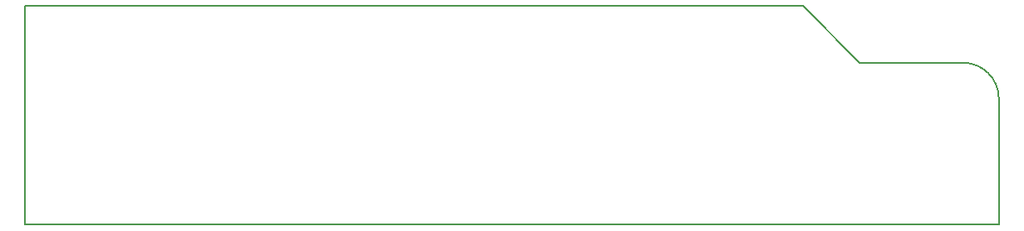
<source format=gm1>
G04 #@! TF.GenerationSoftware,KiCad,Pcbnew,5.1.7*
G04 #@! TF.CreationDate,2020-10-22T00:39:11+01:00*
G04 #@! TF.ProjectId,rc2014-icecore,72633230-3134-42d6-9963-65636f72652e,1*
G04 #@! TF.SameCoordinates,Original*
G04 #@! TF.FileFunction,Profile,NP*
%FSLAX46Y46*%
G04 Gerber Fmt 4.6, Leading zero omitted, Abs format (unit mm)*
G04 Created by KiCad (PCBNEW 5.1.7) date 2020-10-22 00:39:11*
%MOMM*%
%LPD*%
G01*
G04 APERTURE LIST*
G04 #@! TA.AperFunction,Profile*
%ADD10C,0.150000*%
G04 #@! TD*
G04 APERTURE END LIST*
D10*
X139798400Y-142138400D02*
X145542000Y-147926400D01*
X156105200Y-147926400D02*
X145542000Y-147926400D01*
X159766000Y-151587200D02*
G75*
G03*
X156105200Y-147926400I-3660800J0D01*
G01*
X159766000Y-151587200D02*
X159766000Y-164500000D01*
X60500000Y-164500000D02*
X159766000Y-164500000D01*
X60502800Y-142113000D02*
X60500000Y-164500000D01*
X139798400Y-142138400D02*
X60502800Y-142113000D01*
M02*

</source>
